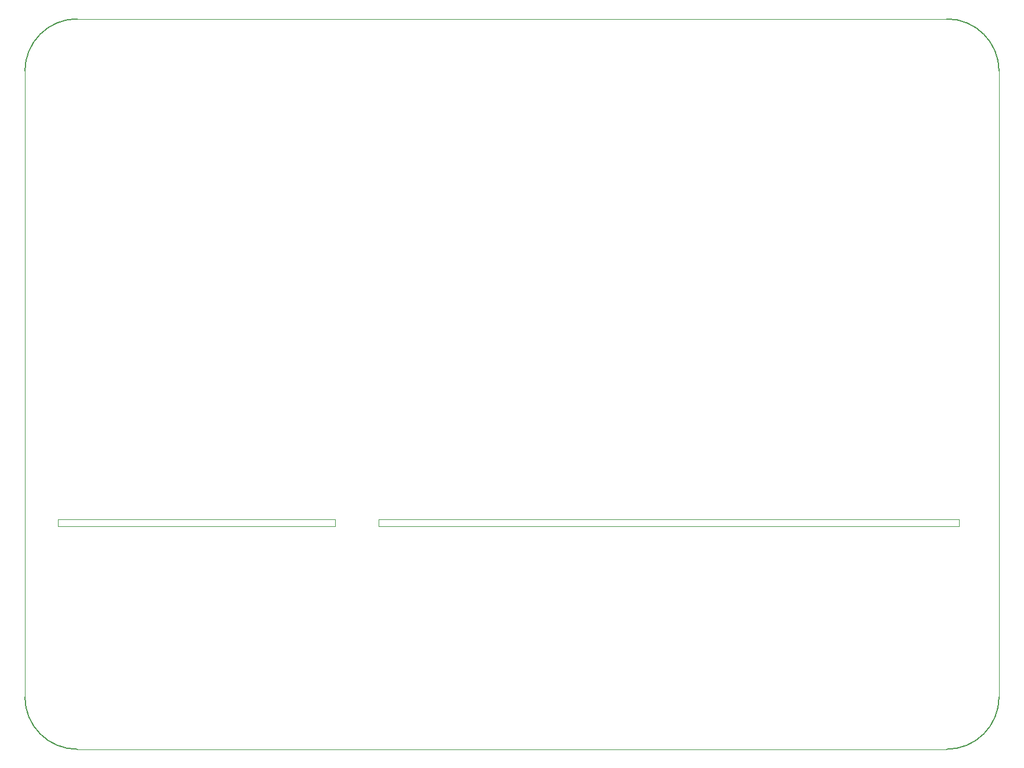
<source format=gbr>
%TF.GenerationSoftware,KiCad,Pcbnew,(7.0.0-0)*%
%TF.CreationDate,2024-05-26T10:43:25+02:00*%
%TF.ProjectId,SwitchFoil,53776974-6368-4466-9f69-6c2e6b696361,rev?*%
%TF.SameCoordinates,Original*%
%TF.FileFunction,Profile,NP*%
%FSLAX46Y46*%
G04 Gerber Fmt 4.6, Leading zero omitted, Abs format (unit mm)*
G04 Created by KiCad (PCBNEW (7.0.0-0)) date 2024-05-26 10:43:26*
%MOMM*%
%LPD*%
G01*
G04 APERTURE LIST*
%TA.AperFunction,Profile*%
%ADD10C,0.100000*%
%TD*%
%TA.AperFunction,Profile*%
%ADD11C,0.150000*%
%TD*%
G04 APERTURE END LIST*
D10*
X78740000Y-55880000D02*
X78740001Y-147319999D01*
X220979999Y-147319999D02*
X220980000Y-55880000D01*
X86360001Y-154939999D02*
X213359999Y-154939999D01*
X130400000Y-121400000D02*
X215138038Y-121400000D01*
X215138038Y-121400000D02*
X215138038Y-122400000D01*
X215138038Y-122400000D02*
X130400000Y-122400000D01*
X130400000Y-122400000D02*
X130400000Y-121400000D01*
X83551552Y-121400000D02*
X124000000Y-121400000D01*
X124000000Y-121400000D02*
X124000000Y-122400000D01*
X124000000Y-122400000D02*
X83551552Y-122400000D01*
X83551552Y-122400000D02*
X83551552Y-121400000D01*
X213360000Y-48260000D02*
X86360000Y-48260000D01*
D11*
X220980000Y-55880000D02*
G75*
G03*
X213360000Y-48260000I-7620000J0D01*
G01*
X213359999Y-154939999D02*
G75*
G03*
X220979999Y-147319999I1J7619999D01*
G01*
X78740001Y-147319999D02*
G75*
G03*
X86360001Y-154939999I7619999J-1D01*
G01*
X86360000Y-48260000D02*
G75*
G03*
X78740000Y-55880000I0J-7620000D01*
G01*
M02*

</source>
